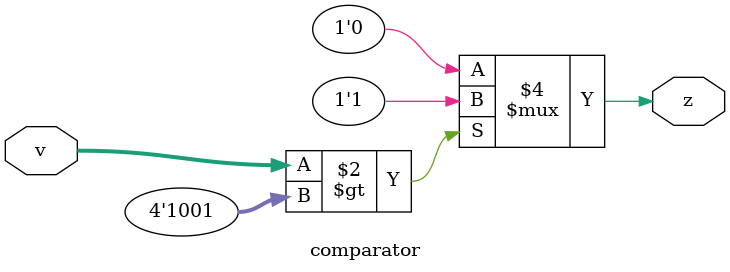
<source format=v>
module comparator (v, z);
	input [3:0] v; 	
	output reg z; 
	
	always @(v)
	begin
	  if (v > 4'b1001)
		z = 1'b1;
	  else
		z = 1'b0;
	end
endmodule

</source>
